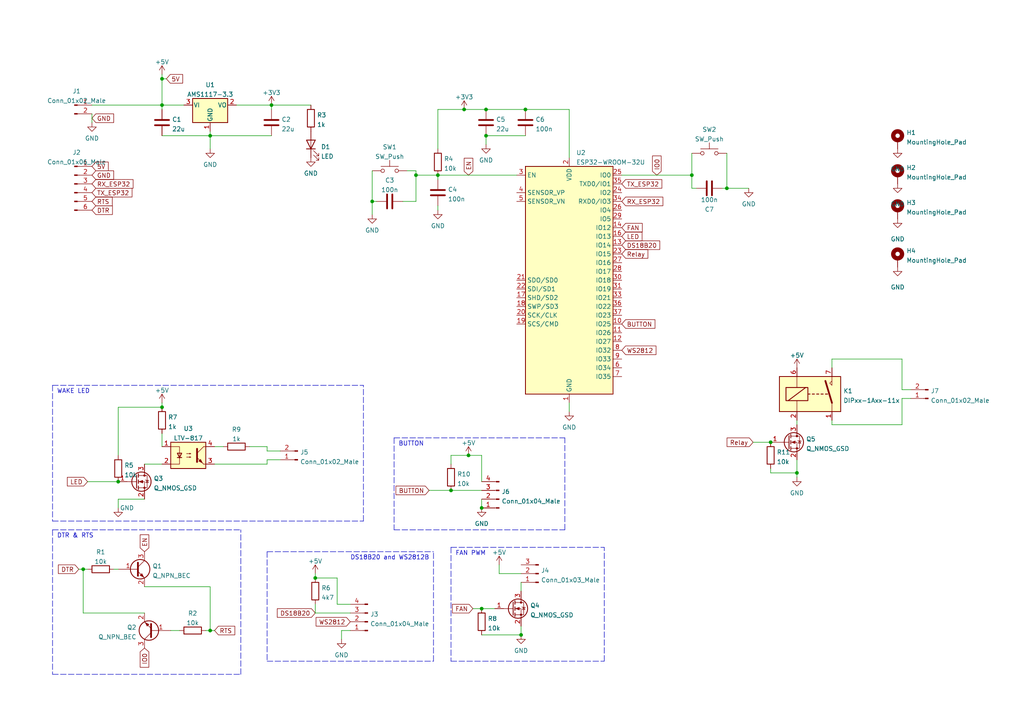
<source format=kicad_sch>
(kicad_sch (version 20211123) (generator eeschema)
  (paper "A4")
  (lib_symbols
    (symbol "Connector:Conn_01x02_Male" (pin_names (offset 1.016) hide)
      (property "Reference" "J" (at 0 2.54 0))
      (property "Value" "Conn_01x02_Male" (at 0 -5.08 0))
      (symbol "Conn_01x02_Male_1_1"
        (polyline (pts (xy 1.27 -2.54) (xy 0.8636 -2.54)) (stroke (width 0.1524)))
        (polyline (pts (xy 1.27 0) (xy 0.8636 0)) (stroke (width 0.1524)))
        (rectangle (start 0.8636 -2.413) (end 0 -2.667) (stroke (width 0.1524)) (fill (type outline)))
        (rectangle (start 0.8636 0.127) (end 0 -0.127) (stroke (width 0.1524)) (fill (type outline)))
        (pin passive line (at 5.08 0 180) (length 3.81) (name "Pin_1") (number "1"))
        (pin passive line (at 5.08 -2.54 180) (length 3.81) (name "Pin_2") (number "2"))
      )
    )
    (symbol "Connector:Conn_01x03_Male" (pin_names (offset 1.016) hide)
      (property "Reference" "J" (at 0 5.08 0))
      (property "Value" "Conn_01x03_Male" (at 0 -5.08 0))
      (symbol "Conn_01x03_Male_1_1"
        (polyline (pts (xy 1.27 -2.54) (xy 0.8636 -2.54)) (stroke (width 0.1524)))
        (polyline (pts (xy 1.27 0) (xy 0.8636 0)) (stroke (width 0.1524)))
        (polyline (pts (xy 1.27 2.54) (xy 0.8636 2.54)) (stroke (width 0.1524)))
        (rectangle (start 0.8636 -2.413) (end 0 -2.667) (stroke (width 0.1524)) (fill (type outline)))
        (rectangle (start 0.8636 0.127) (end 0 -0.127) (stroke (width 0.1524)) (fill (type outline)))
        (rectangle (start 0.8636 2.667) (end 0 2.413) (stroke (width 0.1524)) (fill (type outline)))
        (pin passive line (at 5.08 2.54 180) (length 3.81) (name "Pin_1") (number "1"))
        (pin passive line (at 5.08 0 180) (length 3.81) (name "Pin_2") (number "2"))
        (pin passive line (at 5.08 -2.54 180) (length 3.81) (name "Pin_3") (number "3"))
      )
    )
    (symbol "Connector:Conn_01x04_Male" (pin_names (offset 1.016) hide)
      (property "Reference" "J" (at 0 5.08 0))
      (property "Value" "Conn_01x04_Male" (at 0 -7.62 0))
      (symbol "Conn_01x04_Male_1_1"
        (polyline (pts (xy 1.27 -5.08) (xy 0.8636 -5.08)) (stroke (width 0.1524)))
        (polyline (pts (xy 1.27 -2.54) (xy 0.8636 -2.54)) (stroke (width 0.1524)))
        (polyline (pts (xy 1.27 0) (xy 0.8636 0)) (stroke (width 0.1524)))
        (polyline (pts (xy 1.27 2.54) (xy 0.8636 2.54)) (stroke (width 0.1524)))
        (rectangle (start 0.8636 -4.953) (end 0 -5.207) (stroke (width 0.1524)) (fill (type outline)))
        (rectangle (start 0.8636 -2.413) (end 0 -2.667) (stroke (width 0.1524)) (fill (type outline)))
        (rectangle (start 0.8636 0.127) (end 0 -0.127) (stroke (width 0.1524)) (fill (type outline)))
        (rectangle (start 0.8636 2.667) (end 0 2.413) (stroke (width 0.1524)) (fill (type outline)))
        (pin passive line (at 5.08 2.54 180) (length 3.81) (name "Pin_1") (number "1"))
        (pin passive line (at 5.08 0 180) (length 3.81) (name "Pin_2") (number "2"))
        (pin passive line (at 5.08 -2.54 180) (length 3.81) (name "Pin_3") (number "3"))
        (pin passive line (at 5.08 -5.08 180) (length 3.81) (name "Pin_4") (number "4"))
      )
    )
    (symbol "Connector:Conn_01x06_Male" (pin_names (offset 1.016) hide)
      (property "Reference" "J" (at 0 7.62 0))
      (property "Value" "Conn_01x06_Male" (at 0 -10.16 0))
      (symbol "Conn_01x06_Male_1_1"
        (polyline (pts (xy 1.27 -7.62) (xy 0.8636 -7.62)) (stroke (width 0.1524)))
        (polyline (pts (xy 1.27 -5.08) (xy 0.8636 -5.08)) (stroke (width 0.1524)))
        (polyline (pts (xy 1.27 -2.54) (xy 0.8636 -2.54)) (stroke (width 0.1524)))
        (polyline (pts (xy 1.27 0) (xy 0.8636 0)) (stroke (width 0.1524)))
        (polyline (pts (xy 1.27 2.54) (xy 0.8636 2.54)) (stroke (width 0.1524)))
        (polyline (pts (xy 1.27 5.08) (xy 0.8636 5.08)) (stroke (width 0.1524)))
        (rectangle (start 0.8636 -7.493) (end 0 -7.747) (stroke (width 0.1524)) (fill (type outline)))
        (rectangle (start 0.8636 -4.953) (end 0 -5.207) (stroke (width 0.1524)) (fill (type outline)))
        (rectangle (start 0.8636 -2.413) (end 0 -2.667) (stroke (width 0.1524)) (fill (type outline)))
        (rectangle (start 0.8636 0.127) (end 0 -0.127) (stroke (width 0.1524)) (fill (type outline)))
        (rectangle (start 0.8636 2.667) (end 0 2.413) (stroke (width 0.1524)) (fill (type outline)))
        (rectangle (start 0.8636 5.207) (end 0 4.953) (stroke (width 0.1524)) (fill (type outline)))
        (pin passive line (at 5.08 5.08 180) (length 3.81) (name "Pin_1") (number "1"))
        (pin passive line (at 5.08 2.54 180) (length 3.81) (name "Pin_2") (number "2"))
        (pin passive line (at 5.08 0 180) (length 3.81) (name "Pin_3") (number "3"))
        (pin passive line (at 5.08 -2.54 180) (length 3.81) (name "Pin_4") (number "4"))
        (pin passive line (at 5.08 -5.08 180) (length 3.81) (name "Pin_5") (number "5"))
        (pin passive line (at 5.08 -7.62 180) (length 3.81) (name "Pin_6") (number "6"))
      )
    )
    (symbol "Device:C" (pin_numbers hide) (pin_names (offset 0.254))
      (property "Reference" "C" (at 0.635 2.54 0))
      (property "Value" "C" (at 0.635 -2.54 0))
      (symbol "C_0_1"
        (polyline (pts (xy -2.032 -0.762) (xy 2.032 -0.762)) (stroke (width 0.508)))
        (polyline (pts (xy -2.032 0.762) (xy 2.032 0.762)) (stroke (width 0.508)))
      )
      (symbol "C_1_1"
        (pin passive line (at 0 3.81 270) (length 2.794) (name "~") (number "1"))
        (pin passive line (at 0 -3.81 90) (length 2.794) (name "~") (number "2"))
      )
    )
    (symbol "Device:LED" (pin_numbers hide) (pin_names (offset 1.016) hide)
      (property "Reference" "D" (at 0 2.54 0))
      (property "Value" "LED" (at 0 -2.54 0))
      (symbol "LED_0_1"
        (polyline (pts (xy -1.27 -1.27) (xy -1.27 1.27)) (stroke (width 0.254)))
        (polyline (pts (xy -1.27 0) (xy 1.27 0)))
        (polyline (pts (xy 1.27 -1.27) (xy 1.27 1.27) (xy -1.27 0) (xy 1.27 -1.27)) (stroke (width 0.254)))
        (polyline (pts (xy -3.048 -0.762) (xy -4.572 -2.286) (xy -3.81 -2.286) (xy -4.572 -2.286) (xy -4.572 -1.524)))
        (polyline (pts (xy -1.778 -0.762) (xy -3.302 -2.286) (xy -2.54 -2.286) (xy -3.302 -2.286) (xy -3.302 -1.524)))
      )
      (symbol "LED_1_1"
        (pin passive line (at -3.81 0 0) (length 2.54) (name "K") (number "1"))
        (pin passive line (at 3.81 0 180) (length 2.54) (name "A") (number "2"))
      )
    )
    (symbol "Device:Q_NMOS_GSD" (pin_names (offset 0) hide)
      (property "Reference" "Q" (at 5.08 1.27 0))
      (property "Value" "Q_NMOS_GSD" (at 5.08 -1.27 0))
      (symbol "Q_NMOS_GSD_0_1"
        (polyline (pts (xy 0.254 0) (xy -2.54 0)))
        (polyline (pts (xy 0.254 1.905) (xy 0.254 -1.905)) (stroke (width 0.254)))
        (polyline (pts (xy 0.762 -1.27) (xy 0.762 -2.286)) (stroke (width 0.254)))
        (polyline (pts (xy 0.762 0.508) (xy 0.762 -0.508)) (stroke (width 0.254)))
        (polyline (pts (xy 0.762 2.286) (xy 0.762 1.27)) (stroke (width 0.254)))
        (polyline (pts (xy 2.54 2.54) (xy 2.54 1.778)))
        (polyline (pts (xy 2.54 -2.54) (xy 2.54 0) (xy 0.762 0)))
        (polyline (pts (xy 0.762 -1.778) (xy 3.302 -1.778) (xy 3.302 1.778) (xy 0.762 1.778)))
        (polyline (pts (xy 1.016 0) (xy 2.032 0.381) (xy 2.032 -0.381) (xy 1.016 0)) (fill (type outline)))
        (polyline (pts (xy 2.794 0.508) (xy 2.921 0.381) (xy 3.683 0.381) (xy 3.81 0.254)))
        (polyline (pts (xy 3.302 0.381) (xy 2.921 -0.254) (xy 3.683 -0.254) (xy 3.302 0.381)))
        (circle (center 1.651 0) (radius 2.794) (stroke (width 0.254)))
        (circle (center 2.54 -1.778) (radius 0.254) (fill (type outline)))
        (circle (center 2.54 1.778) (radius 0.254) (fill (type outline)))
      )
      (symbol "Q_NMOS_GSD_1_1"
        (pin input line (at -5.08 0 0) (length 2.54) (name "G") (number "1"))
        (pin passive line (at 2.54 -5.08 90) (length 2.54) (name "S") (number "2"))
        (pin passive line (at 2.54 5.08 270) (length 2.54) (name "D") (number "3"))
      )
    )
    (symbol "Device:Q_NPN_BEC" (pin_names (offset 0) hide)
      (property "Reference" "Q" (at 5.08 1.27 0))
      (property "Value" "Q_NPN_BEC" (at 5.08 -1.27 0))
      (symbol "Q_NPN_BEC_0_1"
        (polyline (pts (xy 0.635 0.635) (xy 2.54 2.54)))
        (polyline (pts (xy 0.635 -0.635) (xy 2.54 -2.54) (xy 2.54 -2.54)))
        (polyline (pts (xy 0.635 1.905) (xy 0.635 -1.905) (xy 0.635 -1.905)) (stroke (width 0.508)))
        (polyline (pts (xy 1.27 -1.778) (xy 1.778 -1.27) (xy 2.286 -2.286) (xy 1.27 -1.778) (xy 1.27 -1.778)) (fill (type outline)))
        (circle (center 1.27 0) (radius 2.8194) (stroke (width 0.254)))
      )
      (symbol "Q_NPN_BEC_1_1"
        (pin input line (at -5.08 0 0) (length 5.715) (name "B") (number "1"))
        (pin passive line (at 2.54 -5.08 90) (length 2.54) (name "E") (number "2"))
        (pin passive line (at 2.54 5.08 270) (length 2.54) (name "C") (number "3"))
      )
    )
    (symbol "Device:R" (pin_numbers hide) (pin_names (offset 0))
      (property "Reference" "R" (at 2.032 0 90))
      (property "Value" "R" (at 0 0 90))
      (symbol "R_0_1"
        (rectangle (start -1.016 -2.54) (end 1.016 2.54) (stroke (width 0.254)))
      )
      (symbol "R_1_1"
        (pin passive line (at 0 3.81 270) (length 1.27) (name "~") (number "1"))
        (pin passive line (at 0 -3.81 90) (length 1.27) (name "~") (number "2"))
      )
    )
    (symbol "Isolator:LTV-817" (pin_names (offset 1.016))
      (property "Reference" "U" (at -5.08 5.08 0))
      (property "Value" "LTV-817" (at 0 5.08 0))
      (symbol "LTV-817_0_1"
        (rectangle (start -5.08 3.81) (end 5.08 -3.81) (stroke (width 0.254)) (fill (type background)))
        (polyline (pts (xy -3.175 -0.635) (xy -1.905 -0.635)) (stroke (width 0.254)))
        (polyline (pts (xy 2.54 0.635) (xy 4.445 2.54)))
        (polyline (pts (xy 4.445 -2.54) (xy 2.54 -0.635)) (fill (type outline)))
        (polyline (pts (xy 4.445 -2.54) (xy 5.08 -2.54)))
        (polyline (pts (xy 4.445 2.54) (xy 5.08 2.54)))
        (polyline (pts (xy -5.08 2.54) (xy -2.54 2.54) (xy -2.54 -0.762)))
        (polyline (pts (xy -2.54 -0.635) (xy -2.54 -2.54) (xy -5.08 -2.54)))
        (polyline (pts (xy 2.54 1.905) (xy 2.54 -1.905) (xy 2.54 -1.905)) (stroke (width 0.508)))
        (polyline (pts (xy -2.54 -0.635) (xy -3.175 0.635) (xy -1.905 0.635) (xy -2.54 -0.635)) (stroke (width 0.254)))
        (polyline (pts (xy -0.508 -0.508) (xy 0.762 -0.508) (xy 0.381 -0.635) (xy 0.381 -0.381) (xy 0.762 -0.508)))
        (polyline (pts (xy -0.508 0.508) (xy 0.762 0.508) (xy 0.381 0.381) (xy 0.381 0.635) (xy 0.762 0.508)))
        (polyline (pts (xy 3.048 -1.651) (xy 3.556 -1.143) (xy 4.064 -2.159) (xy 3.048 -1.651) (xy 3.048 -1.651)) (fill (type outline)))
      )
      (symbol "LTV-817_1_1"
        (pin passive line (at -7.62 2.54 0) (length 2.54) (name "~") (number "1"))
        (pin passive line (at -7.62 -2.54 0) (length 2.54) (name "~") (number "2"))
        (pin passive line (at 7.62 -2.54 180) (length 2.54) (name "~") (number "3"))
        (pin passive line (at 7.62 2.54 180) (length 2.54) (name "~") (number "4"))
      )
    )
    (symbol "Mechanical:MountingHole_Pad" (pin_numbers hide) (pin_names (offset 1.016) hide)
      (property "Reference" "H" (at 0 6.35 0))
      (property "Value" "MountingHole_Pad" (at 0 4.445 0))
      (symbol "MountingHole_Pad_0_1"
        (circle (center 0 1.27) (radius 1.27) (stroke (width 1.27)))
      )
      (symbol "MountingHole_Pad_1_1"
        (pin input line (at 0 -2.54 90) (length 2.54) (name "1") (number "1"))
      )
    )
    (symbol "RF_Module:ESP32-WROOM-32U"
      (property "Reference" "U" (at -12.7 34.29 0))
      (property "Value" "ESP32-WROOM-32U" (at 1.27 34.29 0))
      (symbol "ESP32-WROOM-32U_0_1"
        (rectangle (start -12.7 33.02) (end 12.7 -33.02) (stroke (width 0.254)) (fill (type background)))
      )
      (symbol "ESP32-WROOM-32U_1_1"
        (pin power_in line (at 0 -35.56 90) (length 2.54) (name "GND") (number "1"))
        (pin bidirectional line (at 15.24 -12.7 180) (length 2.54) (name "IO25") (number "10"))
        (pin bidirectional line (at 15.24 -15.24 180) (length 2.54) (name "IO26") (number "11"))
        (pin bidirectional line (at 15.24 -17.78 180) (length 2.54) (name "IO27") (number "12"))
        (pin bidirectional line (at 15.24 10.16 180) (length 2.54) (name "IO14") (number "13"))
        (pin bidirectional line (at 15.24 15.24 180) (length 2.54) (name "IO12") (number "14"))
        (pin passive line (at 0 -35.56 90) (length 2.54) hide (name "GND") (number "15"))
        (pin bidirectional line (at 15.24 12.7 180) (length 2.54) (name "IO13") (number "16"))
        (pin bidirectional line (at -15.24 -5.08 0) (length 2.54) (name "SHD/SD2") (number "17"))
        (pin bidirectional line (at -15.24 -7.62 0) (length 2.54) (name "SWP/SD3") (number "18"))
        (pin bidirectional line (at -15.24 -12.7 0) (length 2.54) (name "SCS/CMD") (number "19"))
        (pin power_in line (at 0 35.56 270) (length 2.54) (name "VDD") (number "2"))
        (pin bidirectional line (at -15.24 -10.16 0) (length 2.54) (name "SCK/CLK") (number "20"))
        (pin bidirectional line (at -15.24 0 0) (length 2.54) (name "SDO/SD0") (number "21"))
        (pin bidirectional line (at -15.24 -2.54 0) (length 2.54) (name "SDI/SD1") (number "22"))
        (pin bidirectional line (at 15.24 7.62 180) (length 2.54) (name "IO15") (number "23"))
        (pin bidirectional line (at 15.24 25.4 180) (length 2.54) (name "IO2") (number "24"))
        (pin bidirectional line (at 15.24 30.48 180) (length 2.54) (name "IO0") (number "25"))
        (pin bidirectional line (at 15.24 20.32 180) (length 2.54) (name "IO4") (number "26"))
        (pin bidirectional line (at 15.24 5.08 180) (length 2.54) (name "IO16") (number "27"))
        (pin bidirectional line (at 15.24 2.54 180) (length 2.54) (name "IO17") (number "28"))
        (pin bidirectional line (at 15.24 17.78 180) (length 2.54) (name "IO5") (number "29"))
        (pin input line (at -15.24 30.48 0) (length 2.54) (name "EN") (number "3"))
        (pin bidirectional line (at 15.24 0 180) (length 2.54) (name "IO18") (number "30"))
        (pin bidirectional line (at 15.24 -2.54 180) (length 2.54) (name "IO19") (number "31"))
        (pin no_connect line (at -12.7 -27.94 0) (length 2.54) hide (name "NC") (number "32"))
        (pin bidirectional line (at 15.24 -5.08 180) (length 2.54) (name "IO21") (number "33"))
        (pin bidirectional line (at 15.24 22.86 180) (length 2.54) (name "RXD0/IO3") (number "34"))
        (pin bidirectional line (at 15.24 27.94 180) (length 2.54) (name "TXD0/IO1") (number "35"))
        (pin bidirectional line (at 15.24 -7.62 180) (length 2.54) (name "IO22") (number "36"))
        (pin bidirectional line (at 15.24 -10.16 180) (length 2.54) (name "IO23") (number "37"))
        (pin passive line (at 0 -35.56 90) (length 2.54) hide (name "GND") (number "38"))
        (pin passive line (at 0 -35.56 90) (length 2.54) hide (name "GND") (number "39"))
        (pin input line (at -15.24 25.4 0) (length 2.54) (name "SENSOR_VP") (number "4"))
        (pin input line (at -15.24 22.86 0) (length 2.54) (name "SENSOR_VN") (number "5"))
        (pin input line (at 15.24 -25.4 180) (length 2.54) (name "IO34") (number "6"))
        (pin input line (at 15.24 -27.94 180) (length 2.54) (name "IO35") (number "7"))
        (pin bidirectional line (at 15.24 -20.32 180) (length 2.54) (name "IO32") (number "8"))
        (pin bidirectional line (at 15.24 -22.86 180) (length 2.54) (name "IO33") (number "9"))
      )
    )
    (symbol "Regulator_Linear:AMS1117-3.3" (pin_names (offset 0.254))
      (property "Reference" "U" (at -3.81 3.175 0))
      (property "Value" "AMS1117-3.3" (at 0 3.175 0))
      (symbol "AMS1117-3.3_0_1"
        (rectangle (start -5.08 -5.08) (end 5.08 1.905) (stroke (width 0.254)) (fill (type background)))
      )
      (symbol "AMS1117-3.3_1_1"
        (pin power_in line (at 0 -7.62 90) (length 2.54) (name "GND") (number "1"))
        (pin power_out line (at 7.62 0 180) (length 2.54) (name "VO") (number "2"))
        (pin power_in line (at -7.62 0 0) (length 2.54) (name "VI") (number "3"))
      )
    )
    (symbol "Relay:DIPxx-1Axx-11x"
      (property "Reference" "K" (at 8.89 3.81 0))
      (property "Value" "DIPxx-1Axx-11x" (at 8.89 1.27 0))
      (symbol "DIPxx-1Axx-11x_0_0"
        (polyline (pts (xy 5.08 5.08) (xy 5.08 2.54) (xy 4.445 3.175) (xy 5.08 3.81)))
      )
      (symbol "DIPxx-1Axx-11x_0_1"
        (rectangle (start -10.16 5.08) (end 7.62 -5.08) (stroke (width 0.254)) (fill (type background)))
        (rectangle (start -8.255 1.905) (end -1.905 -1.905) (stroke (width 0.254)))
        (polyline (pts (xy -7.62 -1.905) (xy -2.54 1.905)) (stroke (width 0.254)))
        (polyline (pts (xy -5.08 -5.08) (xy -5.08 -1.905)))
        (polyline (pts (xy -5.08 5.08) (xy -5.08 1.905)))
        (polyline (pts (xy -1.905 0) (xy -1.27 0)) (stroke (width 0.254)))
        (polyline (pts (xy -0.635 0) (xy 0 0)) (stroke (width 0.254)))
        (polyline (pts (xy 0.635 0) (xy 1.27 0)) (stroke (width 0.254)))
        (polyline (pts (xy 1.905 0) (xy 2.54 0)) (stroke (width 0.254)))
        (polyline (pts (xy 3.175 0) (xy 3.81 0)) (stroke (width 0.254)))
        (polyline (pts (xy 5.08 -2.54) (xy 3.175 3.81)) (stroke (width 0.508)))
        (polyline (pts (xy 5.08 -2.54) (xy 5.08 -5.08)))
      )
      (symbol "DIPxx-1Axx-11x_1_1"
        (pin passive line (at 5.08 -7.62 90) (length 2.54) (name "~") (number "1"))
        (pin passive line (at 5.08 -7.62 90) (length 2.54) hide (name "~") (number "14"))
        (pin passive line (at -5.08 -7.62 90) (length 2.54) (name "~") (number "2"))
        (pin passive line (at -5.08 7.62 270) (length 2.54) (name "~") (number "6"))
        (pin passive line (at 5.08 7.62 270) (length 2.54) (name "~") (number "7"))
        (pin passive line (at 5.08 7.62 270) (length 2.54) hide (name "~") (number "8"))
      )
    )
    (symbol "Switch:SW_Push" (pin_numbers hide) (pin_names (offset 1.016) hide)
      (property "Reference" "SW" (at 1.27 2.54 0))
      (property "Value" "SW_Push" (at 0 -1.524 0))
      (symbol "SW_Push_0_1"
        (circle (center -2.032 0) (radius 0.508))
        (polyline (pts (xy 0 1.27) (xy 0 3.048)))
        (polyline (pts (xy 2.54 1.27) (xy -2.54 1.27)))
        (circle (center 2.032 0) (radius 0.508))
        (pin passive line (at -5.08 0 0) (length 2.54) (name "1") (number "1"))
        (pin passive line (at 5.08 0 180) (length 2.54) (name "2") (number "2"))
      )
    )
    (symbol "power:+3.3V" (power) (pin_names (offset 0))
      (property "Value" "+3.3V" (at 0 3.556 0))
      (symbol "+3.3V_0_1"
        (polyline (pts (xy -0.762 1.27) (xy 0 2.54)))
        (polyline (pts (xy 0 0) (xy 0 2.54)))
        (polyline (pts (xy 0 2.54) (xy 0.762 1.27)))
      )
      (symbol "+3.3V_1_1"
        (pin power_in line (at 0 0 90) (length 0) hide (name "+3V3") (number "1"))
      )
    )
    (symbol "power:+3V3" (power) (pin_names (offset 0))
      (property "Value" "+3V3" (at 0 3.556 0))
      (symbol "+3V3_0_1"
        (polyline (pts (xy -0.762 1.27) (xy 0 2.54)))
        (polyline (pts (xy 0 0) (xy 0 2.54)))
        (polyline (pts (xy 0 2.54) (xy 0.762 1.27)))
      )
      (symbol "+3V3_1_1"
        (pin power_in line (at 0 0 90) (length 0) hide (name "+3V3") (number "1"))
      )
    )
    (symbol "power:+5V" (power) (pin_names (offset 0))
      (property "Value" "+5V" (at 0 3.556 0))
      (symbol "+5V_0_1"
        (polyline (pts (xy -0.762 1.27) (xy 0 2.54)))
        (polyline (pts (xy 0 0) (xy 0 2.54)))
        (polyline (pts (xy 0 2.54) (xy 0.762 1.27)))
      )
      (symbol "+5V_1_1"
        (pin power_in line (at 0 0 90) (length 0) hide (name "+5V") (number "1"))
      )
    )
    (symbol "power:GND" (power) (pin_names (offset 0))
      (property "Value" "GND" (at 0 -3.81 0))
      (symbol "GND_0_1"
        (polyline (pts (xy 0 0) (xy 0 -1.27) (xy 1.27 -1.27) (xy 0 -2.54) (xy -1.27 -1.27) (xy 0 -1.27)))
      )
      (symbol "GND_1_1"
        (pin power_in line (at 0 0 270) (length 0) hide (name "GND") (number "1"))
      )
    )
  )
  (junction (at 130.81 142.24))
  (junction (at 46.99 30.48))
  (junction (at 91.44 167.64))
  (junction (at 140.97 39.37))
  (junction (at 46.99 118.11))
  (junction (at 140.97 31.75))
  (junction (at 34.29 139.7))
  (junction (at 223.52 128.27))
  (junction (at 210.82 54.61))
  (junction (at 60.96 182.88))
  (junction (at 151.13 184.15))
  (junction (at 127 50.8))
  (junction (at 139.7 176.53))
  (junction (at 24.13 165.1))
  (junction (at 120.65 50.8))
  (junction (at 134.62 31.75))
  (junction (at 60.96 39.37))
  (junction (at 78.74 30.48))
  (junction (at 135.89 132.08))
  (junction (at 107.95 58.42))
  (junction (at 46.99 22.86))
  (junction (at 152.4 31.75))
  (junction (at 231.14 137.16))
  (junction (at 200.66 50.8))
  (junction (at 139.7 147.32))
  (wire (pts (xy 135.89 132.08) (xy 139.7 132.08)))
  (wire (pts (xy 261.62 113.03) (xy 264.16 113.03)))
  (wire (pts (xy 223.52 135.89) (xy 223.52 137.16)))
  (wire (pts (xy 231.14 137.16) (xy 231.14 133.35)))
  (wire (pts (xy 97.79 175.26) (xy 101.6 175.26)))
  (wire (pts (xy 46.99 39.37) (xy 60.96 39.37)))
  (wire (pts (xy 81.28 133.35) (xy 77.47 133.35)))
  (wire (pts (xy 25.4 139.7) (xy 34.29 139.7)))
  (wire (pts (xy 200.66 44.45) (xy 200.66 50.8)))
  (wire (pts (xy 46.99 125.73) (xy 46.99 129.54)))
  (wire (pts (xy 41.91 177.8) (xy 24.13 177.8)))
  (wire (pts (xy 91.44 177.8) (xy 101.6 177.8)))
  (polyline (pts (xy 114.3 127) (xy 114.3 153.67)))
  (wire (pts (xy 46.99 22.86) (xy 48.26 22.86)))
  (wire (pts (xy 34.29 118.11) (xy 34.29 132.08)))
  (wire (pts (xy 60.96 43.18) (xy 60.96 39.37)))
  (wire (pts (xy 99.06 182.88) (xy 99.06 185.42)))
  (wire (pts (xy 107.95 49.53) (xy 107.95 58.42)))
  (polyline (pts (xy 130.81 191.77) (xy 175.26 191.77)))
  (wire (pts (xy 261.62 104.14) (xy 261.62 113.03)))
  (wire (pts (xy 210.82 54.61) (xy 217.17 54.61)))
  (wire (pts (xy 209.55 54.61) (xy 210.82 54.61)))
  (polyline (pts (xy 77.47 191.77) (xy 125.73 191.77)))
  (wire (pts (xy 97.79 175.26) (xy 97.79 167.64)))
  (wire (pts (xy 77.47 130.81) (xy 81.28 130.81)))
  (wire (pts (xy 165.1 116.84) (xy 165.1 119.38)))
  (wire (pts (xy 60.96 39.37) (xy 60.96 38.1)))
  (wire (pts (xy 62.23 134.62) (xy 77.47 134.62)))
  (polyline (pts (xy 15.24 153.67) (xy 69.85 153.67)))
  (wire (pts (xy 46.99 134.62) (xy 41.91 134.62)))
  (wire (pts (xy 130.81 132.08) (xy 130.81 134.62)))
  (wire (pts (xy 144.78 163.83) (xy 144.78 166.37)))
  (wire (pts (xy 46.99 22.86) (xy 46.99 30.48)))
  (wire (pts (xy 144.78 166.37) (xy 151.13 166.37)))
  (wire (pts (xy 24.13 177.8) (xy 24.13 165.1)))
  (wire (pts (xy 241.3 121.92) (xy 241.3 123.19)))
  (wire (pts (xy 151.13 168.91) (xy 151.13 171.45)))
  (wire (pts (xy 101.6 182.88) (xy 99.06 182.88)))
  (wire (pts (xy 41.91 170.18) (xy 60.96 170.18)))
  (wire (pts (xy 261.62 115.57) (xy 261.62 123.19)))
  (wire (pts (xy 134.62 31.75) (xy 140.97 31.75)))
  (polyline (pts (xy 105.41 151.13) (xy 105.41 111.76)))
  (polyline (pts (xy 77.47 160.02) (xy 125.73 160.02)))
  (polyline (pts (xy 114.3 127) (xy 163.83 127)))
  (wire (pts (xy 241.3 106.68) (xy 241.3 104.14)))
  (wire (pts (xy 60.96 182.88) (xy 62.23 182.88)))
  (wire (pts (xy 62.23 129.54) (xy 64.77 129.54)))
  (wire (pts (xy 140.97 39.37) (xy 140.97 41.91)))
  (wire (pts (xy 127 52.07) (xy 127 50.8)))
  (wire (pts (xy 46.99 30.48) (xy 46.99 31.75)))
  (wire (pts (xy 120.65 58.42) (xy 120.65 50.8)))
  (wire (pts (xy 120.65 49.53) (xy 118.11 49.53)))
  (polyline (pts (xy 69.85 195.58) (xy 69.85 153.67)))
  (polyline (pts (xy 15.24 195.58) (xy 69.85 195.58)))
  (wire (pts (xy 77.47 129.54) (xy 77.47 130.81)))
  (polyline (pts (xy 15.24 153.67) (xy 15.24 195.58)))
  (wire (pts (xy 77.47 133.35) (xy 77.47 134.62)))
  (wire (pts (xy 200.66 54.61) (xy 201.93 54.61)))
  (polyline (pts (xy 15.24 111.76) (xy 15.24 151.13)))
  (wire (pts (xy 72.39 129.54) (xy 77.47 129.54)))
  (wire (pts (xy 60.96 39.37) (xy 78.74 39.37)))
  (wire (pts (xy 140.97 39.37) (xy 152.4 39.37)))
  (wire (pts (xy 46.99 30.48) (xy 53.34 30.48)))
  (wire (pts (xy 68.58 30.48) (xy 78.74 30.48)))
  (wire (pts (xy 59.69 182.88) (xy 60.96 182.88)))
  (wire (pts (xy 139.7 184.15) (xy 151.13 184.15)))
  (wire (pts (xy 210.82 54.61) (xy 210.82 44.45)))
  (wire (pts (xy 231.14 121.92) (xy 231.14 123.19)))
  (wire (pts (xy 127 31.75) (xy 127 43.18)))
  (wire (pts (xy 241.3 104.14) (xy 261.62 104.14)))
  (wire (pts (xy 24.13 165.1) (xy 25.4 165.1)))
  (wire (pts (xy 139.7 132.08) (xy 139.7 139.7)))
  (wire (pts (xy 151.13 181.61) (xy 151.13 184.15)))
  (wire (pts (xy 127 50.8) (xy 120.65 50.8)))
  (wire (pts (xy 180.34 50.8) (xy 200.66 50.8)))
  (polyline (pts (xy 77.47 160.02) (xy 77.47 191.77)))
  (wire (pts (xy 124.46 142.24) (xy 130.81 142.24)))
  (wire (pts (xy 264.16 115.57) (xy 261.62 115.57)))
  (wire (pts (xy 218.44 128.27) (xy 223.52 128.27)))
  (wire (pts (xy 26.67 30.48) (xy 46.99 30.48)))
  (wire (pts (xy 34.29 144.78) (xy 34.29 147.32)))
  (wire (pts (xy 22.86 165.1) (xy 24.13 165.1)))
  (wire (pts (xy 26.67 33.02) (xy 26.67 35.56)))
  (wire (pts (xy 107.95 58.42) (xy 107.95 62.23)))
  (polyline (pts (xy 15.24 151.13) (xy 105.41 151.13)))
  (wire (pts (xy 200.66 50.8) (xy 200.66 54.61)))
  (wire (pts (xy 97.79 167.64) (xy 91.44 167.64)))
  (wire (pts (xy 46.99 116.84) (xy 46.99 118.11)))
  (wire (pts (xy 130.81 142.24) (xy 139.7 142.24)))
  (wire (pts (xy 127 59.69) (xy 127 60.96)))
  (wire (pts (xy 107.95 58.42) (xy 109.22 58.42)))
  (wire (pts (xy 135.89 132.08) (xy 130.81 132.08)))
  (wire (pts (xy 223.52 137.16) (xy 231.14 137.16)))
  (polyline (pts (xy 163.83 153.67) (xy 163.83 127)))
  (polyline (pts (xy 114.3 153.67) (xy 163.83 153.67)))
  (wire (pts (xy 34.29 118.11) (xy 46.99 118.11)))
  (wire (pts (xy 116.84 58.42) (xy 120.65 58.42)))
  (wire (pts (xy 139.7 144.78) (xy 139.7 147.32)))
  (wire (pts (xy 261.62 123.19) (xy 241.3 123.19)))
  (wire (pts (xy 134.62 31.75) (xy 127 31.75)))
  (wire (pts (xy 46.99 21.59) (xy 46.99 22.86)))
  (wire (pts (xy 231.14 138.43) (xy 231.14 137.16)))
  (polyline (pts (xy 175.26 191.77) (xy 175.26 158.75)))
  (wire (pts (xy 120.65 50.8) (xy 120.65 49.53)))
  (polyline (pts (xy 130.81 158.75) (xy 130.81 191.77)))
  (wire (pts (xy 165.1 31.75) (xy 165.1 45.72)))
  (wire (pts (xy 137.16 176.53) (xy 139.7 176.53)))
  (polyline (pts (xy 130.81 158.75) (xy 175.26 158.75)))
  (wire (pts (xy 60.96 170.18) (xy 60.96 182.88)))
  (wire (pts (xy 91.44 166.37) (xy 91.44 167.64)))
  (wire (pts (xy 78.74 30.48) (xy 90.17 30.48)))
  (wire (pts (xy 33.02 165.1) (xy 34.29 165.1)))
  (wire (pts (xy 140.97 31.75) (xy 152.4 31.75)))
  (wire (pts (xy 49.53 182.88) (xy 52.07 182.88)))
  (wire (pts (xy 139.7 176.53) (xy 143.51 176.53)))
  (wire (pts (xy 152.4 31.75) (xy 165.1 31.75)))
  (polyline (pts (xy 15.24 111.76) (xy 105.41 111.76)))
  (wire (pts (xy 34.29 144.78) (xy 41.91 144.78)))
  (wire (pts (xy 127 50.8) (xy 149.86 50.8)))
  (wire (pts (xy 78.74 30.48) (xy 78.74 31.75)))
  (wire (pts (xy 91.44 175.26) (xy 91.44 177.8)))
  (polyline (pts (xy 125.73 191.77) (xy 125.73 160.02)))
  (text "DS18B20 and WS2812B\n" (at 101.6 162.56 0) (effects (font (size 1.27 1.27)) (justify left bottom)))
  (text "BUTTON\n" (at 115.57 129.54 0) (effects (font (size 1.27 1.27)) (justify left bottom)))
  (text "FAN PWM" (at 132.08 161.29 0) (effects (font (size 1.27 1.27)) (justify left bottom)))
  (text "WAKE LED" (at 16.51 114.3 0) (effects (font (size 1.27 1.27)) (justify left bottom)))
  (text "DTR & RTS" (at 16.51 156.21 0) (effects (font (size 1.27 1.27)) (justify left bottom)))
  (global_label "RTS" (shape input) (at 26.67 58.42 0) (property "Intersheet References" "${INTERSHEET_REFS}" (effects hide)))
  (global_label "FAN" (shape input) (at 180.34 66.04 0) (property "Intersheet References" "${INTERSHEET_REFS}" (effects hide)))
  (global_label "RTS" (shape input) (at 62.23 182.88 0) (property "Intersheet References" "${INTERSHEET_REFS}" (effects hide)))
  (global_label "WS2812" (shape input) (at 180.34 101.6 0) (property "Intersheet References" "${INTERSHEET_REFS}" (effects hide)))
  (global_label "BUTTON" (shape input) (at 124.46 142.24 180) (property "Intersheet References" "${INTERSHEET_REFS}" (effects hide)))
  (global_label "IO0" (shape input) (at 190.5 50.8 90) (property "Intersheet References" "${INTERSHEET_REFS}" (effects hide)))
  (global_label "RX_ESP32" (shape input) (at 180.34 58.42 0) (property "Intersheet References" "${INTERSHEET_REFS}" (effects hide)))
  (global_label "IO0" (shape input) (at 41.91 187.96 270) (property "Intersheet References" "${INTERSHEET_REFS}" (effects hide)))
  (global_label "DS18B20" (shape input) (at 180.34 71.12 0) (property "Intersheet References" "${INTERSHEET_REFS}" (effects hide)))
  (global_label "GND" (shape input) (at 26.67 50.8 0) (property "Intersheet References" "${INTERSHEET_REFS}" (effects hide)))
  (global_label "5V" (shape input) (at 48.26 22.86 0) (property "Intersheet References" "${INTERSHEET_REFS}" (effects hide)))
  (global_label "WS2812" (shape input) (at 101.6 180.34 180) (property "Intersheet References" "${INTERSHEET_REFS}" (effects hide)))
  (global_label "EN" (shape input) (at 135.89 50.8 90) (property "Intersheet References" "${INTERSHEET_REFS}" (effects hide)))
  (global_label "RX_ESP32" (shape input) (at 26.67 53.34 0) (property "Intersheet References" "${INTERSHEET_REFS}" (effects hide)))
  (global_label "GND" (shape input) (at 26.67 34.29 0) (property "Intersheet References" "${INTERSHEET_REFS}" (effects hide)))
  (global_label "LED" (shape input) (at 180.34 68.58 0) (property "Intersheet References" "${INTERSHEET_REFS}" (effects hide)))
  (global_label "DTR" (shape input) (at 26.67 60.96 0) (property "Intersheet References" "${INTERSHEET_REFS}" (effects hide)))
  (global_label "DTR" (shape input) (at 22.86 165.1 180) (property "Intersheet References" "${INTERSHEET_REFS}" (effects hide)))
  (global_label "BUTTON" (shape input) (at 180.34 93.98 0) (property "Intersheet References" "${INTERSHEET_REFS}" (effects hide)))
  (global_label "Relay" (shape input) (at 218.44 128.27 180) (property "Intersheet References" "${INTERSHEET_REFS}" (effects hide)))
  (global_label "LED" (shape input) (at 25.4 139.7 180) (property "Intersheet References" "${INTERSHEET_REFS}" (effects hide)))
  (global_label "FAN" (shape input) (at 137.16 176.53 180) (property "Intersheet References" "${INTERSHEET_REFS}" (effects hide)))
  (global_label "EN" (shape input) (at 41.91 160.02 90) (property "Intersheet References" "${INTERSHEET_REFS}" (effects hide)))
  (global_label "TX_ESP32" (shape input) (at 26.67 55.88 0) (property "Intersheet References" "${INTERSHEET_REFS}" (effects hide)))
  (global_label "5V" (shape input) (at 26.67 48.26 0) (property "Intersheet References" "${INTERSHEET_REFS}" (effects hide)))
  (global_label "DS18B20" (shape input) (at 91.44 177.8 180) (property "Intersheet References" "${INTERSHEET_REFS}" (effects hide)))
  (global_label "Relay" (shape input) (at 180.34 73.66 0) (property "Intersheet References" "${INTERSHEET_REFS}" (effects hide)))
  (global_label "TX_ESP32" (shape input) (at 180.34 53.34 0) (property "Intersheet References" "${INTERSHEET_REFS}" (effects hide)))
  (symbol (lib_id "power:+5V") (at 91.44 166.37 0) (unit 1)
    (property "Reference" "#PWR012" (effects hide))
    (property "Value" "+5V" (at 91.44 162.7655 0))
  )
  (symbol (lib_id "Device:Q_NMOS_GSD") (at 148.59 176.53 0) (unit 1)
    (property "Reference" "Q4" (at 153.797 175.6215 0) (effects (justify left)))
    (property "Value" "Q_NMOS_GSD" (at 153.797 178.3966 0) (effects (justify left)))
    (property "Footprint" "Package_TO_SOT_SMD:SOT-23" (effects hide))
  )
  (symbol (lib_id "Device:R") (at 91.44 171.45 0) (unit 1)
    (property "Reference" "R6" (at 93.218 170.5415 0) (effects (justify left)))
    (property "Value" "4k7" (at 93.218 173.3166 0) (effects (justify left)))
    (property "Footprint" "Resistor_SMD:R_0805_2012Metric_Pad1.20x1.40mm_HandSolder" (effects hide))
  )
  (symbol (lib_id "power:+5V") (at 46.99 21.59 0) (unit 1)
    (property "Reference" "#PWR02" (effects hide))
    (property "Value" "+5V" (at 46.99 17.9855 0))
  )
  (symbol (lib_id "power:GND") (at 260.35 53.34 0) (unit 1)
    (property "Reference" "#PWR023" (effects hide))
    (property "Value" "GND" (at 260.35 59.1725 0))
  )
  (symbol (lib_id "power:+5V") (at 144.78 163.83 0) (unit 1)
    (property "Reference" "#PWR017" (effects hide))
    (property "Value" "+5V" (at 144.78 160.2255 0))
  )
  (symbol (lib_id "power:GND") (at 60.96 43.18 0) (unit 1)
    (property "Reference" "#PWR03" (effects hide))
    (property "Value" "GND" (at 60.96 47.7425 0))
  )
  (symbol (lib_id "power:GND") (at 26.67 35.56 0) (unit 1)
    (property "Reference" "#PWR01" (effects hide))
    (property "Value" "GND" (at 26.67 40.1225 0))
  )
  (symbol (lib_id "Device:R") (at 223.52 132.08 0) (unit 1)
    (property "Reference" "R11" (at 225.298 131.1715 0) (effects (justify left)))
    (property "Value" "10k" (at 225.298 133.9466 0) (effects (justify left)))
    (property "Footprint" "Resistor_SMD:R_0805_2012Metric_Pad1.20x1.40mm_HandSolder" (effects hide))
  )
  (symbol (lib_id "Connector:Conn_01x02_Male") (at 86.36 133.35 180) (unit 1)
    (property "Reference" "J5" (at 87.0712 131.1715 0) (effects (justify right)))
    (property "Value" "Conn_01x02_Male" (at 87.0712 133.9466 0) (effects (justify right)))
    (property "Footprint" "Connector_JST:JST_XH_B2B-XH-A_1x02_P2.50mm_Vertical" (effects hide))
  )
  (symbol (lib_id "RF_Module:ESP32-WROOM-32U") (at 165.1 81.28 0) (unit 1)
    (property "Reference" "U2" (at 167.1194 44.2935 0) (effects (justify left)))
    (property "Value" "ESP32-WROOM-32U" (at 167.1194 47.0686 0) (effects (justify left)))
    (property "Footprint" "RF_Module:ESP32-WROOM-32U" (effects hide))
    (property "Datasheet" "https://www.espressif.com/sites/default/files/documentation/esp32-wroom-32d_esp32-wroom-32u_datasheet_en.pdf" (effects hide))
  )
  (symbol (lib_id "Device:Q_NPN_BEC") (at 44.45 182.88 180) (unit 1)
    (property "Reference" "Q2" (at 39.5987 181.9715 0) (effects (justify left)))
    (property "Value" "Q_NPN_BEC" (at 39.5987 184.7466 0) (effects (justify left)))
    (property "Footprint" "Package_TO_SOT_SMD:SOT-23" (effects hide))
  )
  (symbol (lib_id "Device:R") (at 46.99 121.92 0) (unit 1)
    (property "Reference" "R7" (at 48.768 121.0115 0) (effects (justify left)))
    (property "Value" "1k" (at 48.768 123.7866 0) (effects (justify left)))
    (property "Footprint" "Resistor_SMD:R_0805_2012Metric_Pad1.20x1.40mm_HandSolder" (effects hide))
  )
  (symbol (lib_id "power:GND") (at 127 60.96 0) (unit 1)
    (property "Reference" "#PWR07" (effects hide))
    (property "Value" "GND" (at 127 65.5225 0))
  )
  (symbol (lib_id "power:GND") (at 260.35 63.5 0) (unit 1)
    (property "Reference" "#PWR024" (effects hide))
    (property "Value" "GND" (at 260.35 69.3325 0))
  )
  (symbol (lib_id "power:GND") (at 139.7 147.32 0) (unit 1)
    (property "Reference" "#PWR019" (effects hide))
    (property "Value" "GND" (at 139.7 151.8825 0))
  )
  (symbol (lib_id "Device:R") (at 127 46.99 0) (unit 1)
    (property "Reference" "R4" (at 128.778 46.0815 0) (effects (justify left)))
    (property "Value" "10k" (at 128.778 48.8566 0) (effects (justify left)))
    (property "Footprint" "Resistor_SMD:R_0805_2012Metric_Pad1.20x1.40mm_HandSolder" (effects hide))
  )
  (symbol (lib_id "Device:LED") (at 90.17 41.91 90) (unit 1)
    (property "Reference" "D1" (at 93.091 42.589 90) (effects (justify right)))
    (property "Value" "LED" (at 93.091 45.3641 90) (effects (justify right)))
    (property "Footprint" "LED_SMD:LED_0805_2012Metric_Pad1.15x1.40mm_HandSolder" (effects hide))
  )
  (symbol (lib_id "Device:R") (at 68.58 129.54 90) (unit 1)
    (property "Reference" "R9" (at 68.58 124.5575 90))
    (property "Value" "1k" (at 68.58 127.3326 90))
    (property "Footprint" "Resistor_SMD:R_0805_2012Metric_Pad1.20x1.40mm_HandSolder" (effects hide))
  )
  (symbol (lib_id "Mechanical:MountingHole_Pad") (at 260.35 50.8 0) (unit 1)
    (property "Reference" "H2" (at 262.89 48.6215 0) (effects (justify left)))
    (property "Value" "MountingHole_Pad" (at 262.89 51.3966 0) (effects (justify left)))
    (property "Footprint" "MountingHole:MountingHole_2.2mm_M2_DIN965_Pad" (effects hide))
  )
  (symbol (lib_id "Device:R") (at 29.21 165.1 90) (unit 1)
    (property "Reference" "R1" (at 29.21 160.1175 90))
    (property "Value" "10k" (at 29.21 162.8926 90))
    (property "Footprint" "Resistor_SMD:R_0805_2012Metric_Pad1.20x1.40mm_HandSolder" (effects hide))
  )
  (symbol (lib_id "Device:C") (at 113.03 58.42 270) (unit 1)
    (property "Reference" "C3" (at 113.03 52.2945 90))
    (property "Value" "100n" (at 113.03 55.0696 90))
    (property "Footprint" "Capacitor_SMD:C_0805_2012Metric_Pad1.18x1.45mm_HandSolder" (effects hide))
  )
  (symbol (lib_id "Device:C") (at 140.97 35.56 180) (unit 1)
    (property "Reference" "C5" (at 143.891 34.6515 0) (effects (justify right)))
    (property "Value" "22u" (at 143.891 37.4266 0) (effects (justify right)))
    (property "Footprint" "Capacitor_SMD:C_0805_2012Metric_Pad1.18x1.45mm_HandSolder" (effects hide))
  )
  (symbol (lib_id "power:GND") (at 217.17 54.61 0) (unit 1)
    (property "Reference" "#PWR011" (effects hide))
    (property "Value" "GND" (at 217.17 59.1725 0))
  )
  (symbol (lib_id "Device:R") (at 139.7 180.34 0) (unit 1)
    (property "Reference" "R8" (at 141.478 179.4315 0) (effects (justify left)))
    (property "Value" "10k" (at 141.478 182.2066 0) (effects (justify left)))
    (property "Footprint" "Resistor_SMD:R_0805_2012Metric_Pad1.20x1.40mm_HandSolder" (effects hide))
  )
  (symbol (lib_id "Isolator:LTV-817") (at 54.61 132.08 0) (unit 1)
    (property "Reference" "U3" (at 54.61 124.3035 0))
    (property "Value" "LTV-817" (at 54.61 127.0786 0))
    (property "Footprint" "Package_DIP:DIP-4_W7.62mm" (effects hide))
    (property "Datasheet" "http://www.us.liteon.com/downloads/LTV-817-827-847.PDF" (effects hide))
  )
  (symbol (lib_id "power:GND") (at 140.97 41.91 0) (unit 1)
    (property "Reference" "#PWR09" (effects hide))
    (property "Value" "GND" (at 140.97 46.4725 0))
  )
  (symbol (lib_id "Connector:Conn_01x03_Male") (at 156.21 166.37 180) (unit 1)
    (property "Reference" "J4" (at 156.9212 165.4615 0) (effects (justify right)))
    (property "Value" "Conn_01x03_Male" (at 156.9212 168.2366 0) (effects (justify right)))
    (property "Footprint" "Connector_JST:JST_XH_B3B-XH-A_1x03_P2.50mm_Vertical" (effects hide))
  )
  (symbol (lib_id "Device:C") (at 205.74 54.61 90) (unit 1)
    (property "Reference" "C7" (at 205.74 60.7355 90))
    (property "Value" "100n" (at 205.74 57.9604 90))
    (property "Footprint" "Capacitor_SMD:C_0805_2012Metric_Pad1.18x1.45mm_HandSolder" (effects hide))
  )
  (symbol (lib_id "Mechanical:MountingHole_Pad") (at 260.35 74.93 0) (unit 1)
    (property "Reference" "H4" (at 262.89 72.7515 0) (effects (justify left)))
    (property "Value" "MountingHole_Pad" (at 262.89 75.5266 0) (effects (justify left)))
    (property "Footprint" "MountingHole:MountingHole_2.2mm_M2_DIN965_Pad" (effects hide))
  )
  (symbol (lib_id "power:+5V") (at 46.99 116.84 0) (unit 1)
    (property "Reference" "#PWR014" (effects hide))
    (property "Value" "+5V" (at 46.99 113.2355 0))
  )
  (symbol (lib_id "Connector:Conn_01x02_Male") (at 269.24 115.57 180) (unit 1)
    (property "Reference" "J7" (at 269.9512 113.3915 0) (effects (justify right)))
    (property "Value" "Conn_01x02_Male" (at 269.9512 116.1666 0) (effects (justify right)))
    (property "Footprint" "Connector_JST:JST_XH_B2B-XH-A_1x02_P2.50mm_Vertical" (effects hide))
  )
  (symbol (lib_id "Device:C") (at 78.74 35.56 0) (unit 1)
    (property "Reference" "C2" (at 81.661 34.6515 0) (effects (justify left)))
    (property "Value" "22u" (at 81.661 37.4266 0) (effects (justify left)))
    (property "Footprint" "Capacitor_SMD:C_0805_2012Metric_Pad1.18x1.45mm_HandSolder" (effects hide))
  )
  (symbol (lib_id "power:GND") (at 90.17 45.72 0) (unit 1)
    (property "Reference" "#PWR05" (effects hide))
    (property "Value" "GND" (at 90.17 50.2825 0))
  )
  (symbol (lib_id "power:+3V3") (at 78.74 30.48 0) (unit 1)
    (property "Reference" "#PWR04" (effects hide))
    (property "Value" "+3V3" (at 78.74 26.8755 0))
  )
  (symbol (lib_id "Connector:Conn_01x02_Male") (at 21.59 30.48 0) (unit 1)
    (property "Reference" "J1" (at 22.225 26.4373 0))
    (property "Value" "Conn_01x02_Male" (at 22.225 29.2124 0))
    (property "Footprint" "Connector_JST:JST_XH_B2B-XH-A_1x02_P2.50mm_Vertical" (effects hide))
  )
  (symbol (lib_id "Connector:Conn_01x04_Male") (at 144.78 144.78 180) (unit 1)
    (property "Reference" "J6" (at 145.4912 142.6015 0) (effects (justify right)))
    (property "Value" "Conn_01x04_Male" (at 145.4912 145.3766 0) (effects (justify right)))
  )
  (symbol (lib_id "Device:C") (at 127 55.88 180) (unit 1)
    (property "Reference" "C4" (at 129.921 54.9715 0) (effects (justify right)))
    (property "Value" "100n" (at 129.921 57.7466 0) (effects (justify right)))
    (property "Footprint" "Capacitor_SMD:C_0805_2012Metric_Pad1.18x1.45mm_HandSolder" (effects hide))
  )
  (symbol (lib_id "power:GND") (at 151.13 184.15 0) (unit 1)
    (property "Reference" "#PWR018" (effects hide))
    (property "Value" "GND" (at 151.13 188.7125 0))
  )
  (symbol (lib_id "power:GND") (at 260.35 43.18 0) (unit 1)
    (property "Reference" "#PWR022" (effects hide))
    (property "Value" "GND" (at 260.35 49.0125 0))
  )
  (symbol (lib_id "Mechanical:MountingHole_Pad") (at 260.35 40.64 0) (unit 1)
    (property "Reference" "H1" (at 262.89 38.4615 0) (effects (justify left)))
    (property "Value" "MountingHole_Pad" (at 262.89 41.2366 0) (effects (justify left)))
    (property "Footprint" "MountingHole:MountingHole_2.2mm_M2_DIN965_Pad" (effects hide))
  )
  (symbol (lib_id "Relay:DIPxx-1Axx-11x") (at 236.22 114.3 0) (unit 1)
    (property "Reference" "K1" (at 244.602 113.3915 0) (effects (justify left)))
    (property "Value" "DIPxx-1Axx-11x" (at 244.602 116.1666 0) (effects (justify left)))
    (property "Footprint" "Lichtwecker:HF49FD-005-1H" (effects hide))
    (property "Datasheet" "https://standexelectronics.com/wp-content/uploads/datasheet_reed_relay_DIP.pdf" (effects hide))
  )
  (symbol (lib_id "power:GND") (at 99.06 185.42 0) (unit 1)
    (property "Reference" "#PWR016" (effects hide))
    (property "Value" "GND" (at 99.06 189.9825 0))
  )
  (symbol (lib_id "Connector:Conn_01x06_Male") (at 21.59 53.34 0) (unit 1)
    (property "Reference" "J2" (at 22.225 44.2173 0))
    (property "Value" "Conn_01x06_Male" (at 22.225 46.9924 0))
    (property "Footprint" "Connector_JST:JST_XH_B6B-XH-A_1x06_P2.50mm_Vertical" (effects hide))
  )
  (symbol (lib_id "Device:Q_NMOS_GSD") (at 39.37 139.7 0) (unit 1)
    (property "Reference" "Q3" (at 44.577 138.7915 0) (effects (justify left)))
    (property "Value" "Q_NMOS_GSD" (at 44.577 141.5666 0) (effects (justify left)))
    (property "Footprint" "Package_TO_SOT_SMD:SOT-23" (effects hide))
  )
  (symbol (lib_id "Connector:Conn_01x04_Male") (at 106.68 180.34 180) (unit 1)
    (property "Reference" "J3" (at 107.3912 178.1615 0) (effects (justify right)))
    (property "Value" "Conn_01x04_Male" (at 107.3912 180.9366 0) (effects (justify right)))
  )
  (symbol (lib_id "Device:R") (at 130.81 138.43 0) (unit 1)
    (property "Reference" "R10" (at 132.588 137.5215 0) (effects (justify left)))
    (property "Value" "10k" (at 132.588 140.2966 0) (effects (justify left)))
    (property "Footprint" "Resistor_SMD:R_0805_2012Metric_Pad1.20x1.40mm_HandSolder" (effects hide))
  )
  (symbol (lib_id "Device:R") (at 34.29 135.89 0) (unit 1)
    (property "Reference" "R5" (at 36.068 134.9815 0) (effects (justify left)))
    (property "Value" "10k" (at 36.068 137.7566 0) (effects (justify left)))
    (property "Footprint" "Resistor_SMD:R_0805_2012Metric_Pad1.20x1.40mm_HandSolder" (effects hide))
  )
  (symbol (lib_id "Device:R") (at 90.17 34.29 0) (unit 1)
    (property "Reference" "R3" (at 91.948 33.3815 0) (effects (justify left)))
    (property "Value" "1k" (at 91.948 36.1566 0) (effects (justify left)))
    (property "Footprint" "Resistor_SMD:R_0805_2012Metric_Pad1.20x1.40mm_HandSolder" (effects hide))
  )
  (symbol (lib_id "power:+5V") (at 231.14 106.68 0) (unit 1)
    (property "Reference" "#PWR020" (effects hide))
    (property "Value" "+5V" (at 231.14 103.0755 0))
  )
  (symbol (lib_id "Switch:SW_Push") (at 113.03 49.53 0) (unit 1)
    (property "Reference" "SW1" (at 113.03 42.6425 0))
    (property "Value" "SW_Push" (at 113.03 45.4176 0))
    (property "Footprint" "Button_Switch_SMD:SW_SPST_B3S-1000" (effects hide))
  )
  (symbol (lib_id "power:GND") (at 165.1 119.38 0) (unit 1)
    (property "Reference" "#PWR010" (effects hide))
    (property "Value" "GND" (at 165.1 123.9425 0))
  )
  (symbol (lib_id "Mechanical:MountingHole_Pad") (at 260.35 60.96 0) (unit 1)
    (property "Reference" "H3" (at 262.89 58.7815 0) (effects (justify left)))
    (property "Value" "MountingHole_Pad" (at 262.89 61.5566 0) (effects (justify left)))
    (property "Footprint" "MountingHole:MountingHole_2.2mm_M2_DIN965_Pad" (effects hide))
  )
  (symbol (lib_id "power:+3.3V") (at 134.62 31.75 0) (unit 1)
    (property "Reference" "#PWR08" (effects hide))
    (property "Value" "+3.3V" (at 134.62 28.1455 0))
  )
  (symbol (lib_id "Device:Q_NMOS_GSD") (at 228.6 128.27 0) (unit 1)
    (property "Reference" "Q5" (at 233.807 127.3615 0) (effects (justify left)))
    (property "Value" "Q_NMOS_GSD" (at 233.807 130.1366 0) (effects (justify left)))
    (property "Footprint" "Package_TO_SOT_SMD:SOT-23" (effects hide))
  )
  (symbol (lib_id "Device:Q_NPN_BEC") (at 39.37 165.1 0) (unit 1)
    (property "Reference" "Q1" (at 44.2214 164.1915 0) (effects (justify left)))
    (property "Value" "Q_NPN_BEC" (at 44.2214 166.9666 0) (effects (justify left)))
    (property "Footprint" "Package_TO_SOT_SMD:SOT-23" (effects hide))
  )
  (symbol (lib_id "Regulator_Linear:AMS1117-3.3") (at 60.96 30.48 0) (unit 1)
    (property "Reference" "U1" (at 60.96 24.6085 0))
    (property "Value" "AMS1117-3.3" (at 60.96 27.3836 0))
    (property "Footprint" "Package_TO_SOT_SMD:SOT-223-3_TabPin2" (effects hide))
    (property "Datasheet" "http://www.advanced-monolithic.com/pdf/ds1117.pdf" (effects hide))
  )
  (symbol (lib_id "power:GND") (at 260.35 77.47 0) (unit 1)
    (property "Reference" "#PWR025" (effects hide))
    (property "Value" "GND" (at 260.35 83.3025 0))
  )
  (symbol (lib_id "Device:R") (at 55.88 182.88 90) (unit 1)
    (property "Reference" "R2" (at 55.88 177.8975 90))
    (property "Value" "10k" (at 55.88 180.6726 90))
    (property "Footprint" "Resistor_SMD:R_0805_2012Metric_Pad1.20x1.40mm_HandSolder" (effects hide))
  )
  (symbol (lib_id "Switch:SW_Push") (at 205.74 44.45 0) (unit 1)
    (property "Reference" "SW2" (at 205.74 37.5625 0))
    (property "Value" "SW_Push" (at 205.74 40.3376 0))
    (property "Footprint" "Button_Switch_SMD:SW_SPST_B3S-1000" (effects hide))
  )
  (symbol (lib_id "power:GND") (at 231.14 138.43 0) (unit 1)
    (property "Reference" "#PWR021" (effects hide))
    (property "Value" "GND" (at 231.14 142.9925 0))
  )
  (symbol (lib_id "power:+5V") (at 135.89 132.08 0) (unit 1)
    (property "Reference" "#PWR015" (effects hide))
    (property "Value" "+5V" (at 135.89 128.4755 0))
  )
  (symbol (lib_id "Device:C") (at 152.4 35.56 180) (unit 1)
    (property "Reference" "C6" (at 155.321 34.6515 0) (effects (justify right)))
    (property "Value" "100n" (at 155.321 37.4266 0) (effects (justify right)))
    (property "Footprint" "Capacitor_SMD:C_0805_2012Metric_Pad1.18x1.45mm_HandSolder" (effects hide))
  )
  (symbol (lib_id "power:GND") (at 107.95 62.23 0) (unit 1)
    (property "Reference" "#PWR06" (effects hide))
    (property "Value" "GND" (at 107.95 66.7925 0))
  )
  (symbol (lib_id "Device:C") (at 46.99 35.56 0) (unit 1)
    (property "Reference" "C1" (at 49.911 34.6515 0) (effects (justify left)))
    (property "Value" "22u" (at 49.911 37.4266 0) (effects (justify left)))
    (property "Footprint" "Capacitor_SMD:C_0805_2012Metric_Pad1.18x1.45mm_HandSolder" (effects hide))
  )
  (symbol (lib_id "power:GND") (at 34.29 147.32 0) (unit 1)
    (property "Reference" "#PWR013" (effects hide))
    (property "Value" "GND" (at 36.83 147.32 0))
  )
)
</source>
